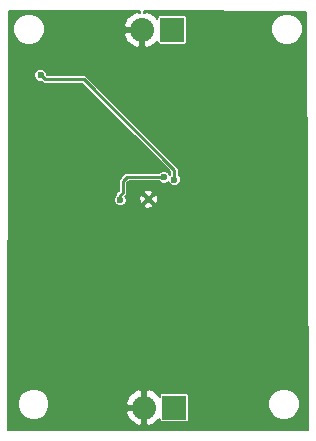
<source format=gbl>
G04 #@! TF.FileFunction,Copper,L2,Bot,Signal*
%FSLAX46Y46*%
G04 Gerber Fmt 4.6, Leading zero omitted, Abs format (unit mm)*
G04 Created by KiCad (PCBNEW 4.0.5) date Sunday, February 19, 2017 'PMt' 07:14:27 PM*
%MOMM*%
%LPD*%
G01*
G04 APERTURE LIST*
%ADD10C,0.100000*%
%ADD11R,2.032000X2.032000*%
%ADD12O,2.032000X2.032000*%
%ADD13C,0.400000*%
%ADD14C,0.600000*%
%ADD15C,0.250000*%
%ADD16C,0.152400*%
G04 APERTURE END LIST*
D10*
D11*
X164388800Y-104825800D03*
D12*
X161848800Y-104825800D03*
D11*
X164566600Y-136804400D03*
D12*
X162026600Y-136804400D03*
D13*
X161885695Y-118407000D03*
X162885695Y-118407000D03*
X161885695Y-119907000D03*
X162885695Y-119907000D03*
X162385695Y-119157000D03*
D14*
X164566600Y-117500400D03*
X153238200Y-108661200D03*
X159994600Y-119234400D03*
X163703000Y-117297200D03*
D15*
X156921200Y-109016800D02*
X164566600Y-116662200D01*
X164566600Y-116662200D02*
X164566600Y-117500400D01*
X153593800Y-109016800D02*
X156921200Y-109016800D01*
X153238200Y-108661200D02*
X153593800Y-109016800D01*
X159994600Y-118810136D02*
X160197800Y-118606936D01*
X159994600Y-119234400D02*
X159994600Y-118810136D01*
X160197800Y-118606936D02*
X160197800Y-117652800D01*
X160197800Y-117652800D02*
X160553400Y-117297200D01*
X160553400Y-117297200D02*
X162991800Y-117297200D01*
X162991800Y-117297200D02*
X163703000Y-117297200D01*
D16*
G36*
X161670998Y-103234252D02*
X161670998Y-103382560D01*
X161424413Y-103282901D01*
X161057886Y-103434709D01*
X160585743Y-103843269D01*
X160305889Y-104401411D01*
X160404546Y-104648000D01*
X161671000Y-104648000D01*
X161671000Y-104628000D01*
X162026600Y-104628000D01*
X162026600Y-104648000D01*
X162046600Y-104648000D01*
X162046600Y-105003600D01*
X162026600Y-105003600D01*
X162026600Y-106269039D01*
X162273187Y-106368699D01*
X162639714Y-106216891D01*
X163111857Y-105808331D01*
X163139722Y-105752757D01*
X163139722Y-105841800D01*
X163155662Y-105926514D01*
X163205728Y-106004318D01*
X163282120Y-106056515D01*
X163372800Y-106074878D01*
X165404800Y-106074878D01*
X165489514Y-106058938D01*
X165567318Y-106008872D01*
X165619515Y-105932480D01*
X165637878Y-105841800D01*
X165637878Y-105038115D01*
X172788170Y-105038115D01*
X172990011Y-105526608D01*
X173363426Y-105900676D01*
X173851566Y-106103369D01*
X174380115Y-106103830D01*
X174868608Y-105901989D01*
X175242676Y-105528574D01*
X175445369Y-105040434D01*
X175445830Y-104511885D01*
X175243989Y-104023392D01*
X174870574Y-103649324D01*
X174382434Y-103446631D01*
X173853885Y-103446170D01*
X173365392Y-103648011D01*
X172991324Y-104021426D01*
X172788631Y-104509566D01*
X172788170Y-105038115D01*
X165637878Y-105038115D01*
X165637878Y-103809800D01*
X165621938Y-103725086D01*
X165571872Y-103647282D01*
X165495480Y-103595085D01*
X165404800Y-103576722D01*
X163372800Y-103576722D01*
X163288086Y-103592662D01*
X163210282Y-103642728D01*
X163158085Y-103719120D01*
X163139722Y-103809800D01*
X163139722Y-103898843D01*
X163111857Y-103843269D01*
X162639714Y-103434709D01*
X162273187Y-103282901D01*
X162026602Y-103382560D01*
X162026602Y-103235312D01*
X175742870Y-103276174D01*
X175869241Y-138659800D01*
X150520471Y-138659800D01*
X150521805Y-136788115D01*
X151325170Y-136788115D01*
X151527011Y-137276608D01*
X151900426Y-137650676D01*
X152388566Y-137853369D01*
X152917115Y-137853830D01*
X153405608Y-137651989D01*
X153779676Y-137278574D01*
X153800348Y-137228789D01*
X160483689Y-137228789D01*
X160763543Y-137786931D01*
X161235686Y-138195491D01*
X161602213Y-138347299D01*
X161848800Y-138247639D01*
X161848800Y-136982200D01*
X160582346Y-136982200D01*
X160483689Y-137228789D01*
X153800348Y-137228789D01*
X153982369Y-136790434D01*
X153982726Y-136380011D01*
X160483689Y-136380011D01*
X160582346Y-136626600D01*
X161848800Y-136626600D01*
X161848800Y-135361161D01*
X162204400Y-135361161D01*
X162204400Y-136626600D01*
X162224400Y-136626600D01*
X162224400Y-136982200D01*
X162204400Y-136982200D01*
X162204400Y-138247639D01*
X162450987Y-138347299D01*
X162817514Y-138195491D01*
X163289657Y-137786931D01*
X163317522Y-137731357D01*
X163317522Y-137820400D01*
X163333462Y-137905114D01*
X163383528Y-137982918D01*
X163459920Y-138035115D01*
X163550600Y-138053478D01*
X165582600Y-138053478D01*
X165667314Y-138037538D01*
X165745118Y-137987472D01*
X165797315Y-137911080D01*
X165815678Y-137820400D01*
X165815678Y-136788115D01*
X172534170Y-136788115D01*
X172736011Y-137276608D01*
X173109426Y-137650676D01*
X173597566Y-137853369D01*
X174126115Y-137853830D01*
X174614608Y-137651989D01*
X174988676Y-137278574D01*
X175191369Y-136790434D01*
X175191830Y-136261885D01*
X174989989Y-135773392D01*
X174616574Y-135399324D01*
X174128434Y-135196631D01*
X173599885Y-135196170D01*
X173111392Y-135398011D01*
X172737324Y-135771426D01*
X172534631Y-136259566D01*
X172534170Y-136788115D01*
X165815678Y-136788115D01*
X165815678Y-135788400D01*
X165799738Y-135703686D01*
X165749672Y-135625882D01*
X165673280Y-135573685D01*
X165582600Y-135555322D01*
X163550600Y-135555322D01*
X163465886Y-135571262D01*
X163388082Y-135621328D01*
X163335885Y-135697720D01*
X163317522Y-135788400D01*
X163317522Y-135877443D01*
X163289657Y-135821869D01*
X162817514Y-135413309D01*
X162450987Y-135261501D01*
X162204400Y-135361161D01*
X161848800Y-135361161D01*
X161602213Y-135261501D01*
X161235686Y-135413309D01*
X160763543Y-135821869D01*
X160483689Y-136380011D01*
X153982726Y-136380011D01*
X153982830Y-136261885D01*
X153780989Y-135773392D01*
X153407574Y-135399324D01*
X152919434Y-135196631D01*
X152390885Y-135196170D01*
X151902392Y-135398011D01*
X151528324Y-135771426D01*
X151325631Y-136259566D01*
X151325170Y-136788115D01*
X150521805Y-136788115D01*
X150541778Y-108765884D01*
X152709508Y-108765884D01*
X152789813Y-108960237D01*
X152938381Y-109109064D01*
X153132594Y-109189708D01*
X153266759Y-109189825D01*
X153343767Y-109266833D01*
X153458483Y-109343484D01*
X153593800Y-109370400D01*
X156774734Y-109370400D01*
X164213000Y-116808666D01*
X164213000Y-117106481D01*
X164201066Y-117118395D01*
X164151387Y-116998163D01*
X164002819Y-116849336D01*
X163808606Y-116768692D01*
X163598316Y-116768508D01*
X163403963Y-116848813D01*
X163309011Y-116943600D01*
X160553400Y-116943600D01*
X160418083Y-116970516D01*
X160303367Y-117047167D01*
X159947767Y-117402767D01*
X159871116Y-117517483D01*
X159844200Y-117652800D01*
X159844200Y-118460470D01*
X159744567Y-118560103D01*
X159667916Y-118674819D01*
X159641000Y-118810136D01*
X159641000Y-118840481D01*
X159546736Y-118934581D01*
X159466092Y-119128794D01*
X159465908Y-119339084D01*
X159546213Y-119533437D01*
X159694781Y-119682264D01*
X159888994Y-119762908D01*
X160099284Y-119763092D01*
X160289801Y-119684372D01*
X161999744Y-119684372D01*
X162000315Y-119857560D01*
X162297743Y-119951711D01*
X162608560Y-119924875D01*
X162771075Y-119857560D01*
X162771646Y-119684372D01*
X162385695Y-119298421D01*
X161999744Y-119684372D01*
X160289801Y-119684372D01*
X160293637Y-119682787D01*
X160442464Y-119534219D01*
X160523108Y-119340006D01*
X160523292Y-119129716D01*
X160498225Y-119069048D01*
X161590984Y-119069048D01*
X161617820Y-119379865D01*
X161685135Y-119542380D01*
X161858323Y-119542951D01*
X162244274Y-119157000D01*
X162527116Y-119157000D01*
X162913067Y-119542951D01*
X163086255Y-119542380D01*
X163180406Y-119244952D01*
X163153570Y-118934135D01*
X163086255Y-118771620D01*
X162913067Y-118771049D01*
X162527116Y-119157000D01*
X162244274Y-119157000D01*
X161858323Y-118771049D01*
X161685135Y-118771620D01*
X161590984Y-119069048D01*
X160498225Y-119069048D01*
X160442987Y-118935363D01*
X160406245Y-118898557D01*
X160447833Y-118856969D01*
X160524484Y-118742253D01*
X160546886Y-118629628D01*
X161999744Y-118629628D01*
X162385695Y-119015579D01*
X162771646Y-118629628D01*
X162771075Y-118456440D01*
X162473647Y-118362289D01*
X162162830Y-118389125D01*
X162000315Y-118456440D01*
X161999744Y-118629628D01*
X160546886Y-118629628D01*
X160551400Y-118606936D01*
X160551400Y-117799266D01*
X160699866Y-117650800D01*
X163309081Y-117650800D01*
X163403181Y-117745064D01*
X163597394Y-117825708D01*
X163807684Y-117825892D01*
X164002037Y-117745587D01*
X164068534Y-117679205D01*
X164118213Y-117799437D01*
X164266781Y-117948264D01*
X164460994Y-118028908D01*
X164671284Y-118029092D01*
X164865637Y-117948787D01*
X165014464Y-117800219D01*
X165095108Y-117606006D01*
X165095292Y-117395716D01*
X165014987Y-117201363D01*
X164920200Y-117106411D01*
X164920200Y-116662200D01*
X164893284Y-116526883D01*
X164816633Y-116412167D01*
X157171233Y-108766767D01*
X157056517Y-108690116D01*
X156921200Y-108663200D01*
X153766799Y-108663200D01*
X153766892Y-108556516D01*
X153686587Y-108362163D01*
X153538019Y-108213336D01*
X153343806Y-108132692D01*
X153133516Y-108132508D01*
X152939163Y-108212813D01*
X152790336Y-108361381D01*
X152709692Y-108555594D01*
X152709508Y-108765884D01*
X150541778Y-108765884D01*
X150544436Y-105038115D01*
X150944170Y-105038115D01*
X151146011Y-105526608D01*
X151519426Y-105900676D01*
X152007566Y-106103369D01*
X152536115Y-106103830D01*
X153024608Y-105901989D01*
X153398676Y-105528574D01*
X153514271Y-105250189D01*
X160305889Y-105250189D01*
X160585743Y-105808331D01*
X161057886Y-106216891D01*
X161424413Y-106368699D01*
X161671000Y-106269039D01*
X161671000Y-105003600D01*
X160404546Y-105003600D01*
X160305889Y-105250189D01*
X153514271Y-105250189D01*
X153601369Y-105040434D01*
X153601830Y-104511885D01*
X153399989Y-104023392D01*
X153026574Y-103649324D01*
X152538434Y-103446631D01*
X152009885Y-103446170D01*
X151521392Y-103648011D01*
X151147324Y-104021426D01*
X150944631Y-104509566D01*
X150944170Y-105038115D01*
X150544436Y-105038115D01*
X150545746Y-103201109D01*
X161670998Y-103234252D01*
X161670998Y-103234252D01*
G37*
X161670998Y-103234252D02*
X161670998Y-103382560D01*
X161424413Y-103282901D01*
X161057886Y-103434709D01*
X160585743Y-103843269D01*
X160305889Y-104401411D01*
X160404546Y-104648000D01*
X161671000Y-104648000D01*
X161671000Y-104628000D01*
X162026600Y-104628000D01*
X162026600Y-104648000D01*
X162046600Y-104648000D01*
X162046600Y-105003600D01*
X162026600Y-105003600D01*
X162026600Y-106269039D01*
X162273187Y-106368699D01*
X162639714Y-106216891D01*
X163111857Y-105808331D01*
X163139722Y-105752757D01*
X163139722Y-105841800D01*
X163155662Y-105926514D01*
X163205728Y-106004318D01*
X163282120Y-106056515D01*
X163372800Y-106074878D01*
X165404800Y-106074878D01*
X165489514Y-106058938D01*
X165567318Y-106008872D01*
X165619515Y-105932480D01*
X165637878Y-105841800D01*
X165637878Y-105038115D01*
X172788170Y-105038115D01*
X172990011Y-105526608D01*
X173363426Y-105900676D01*
X173851566Y-106103369D01*
X174380115Y-106103830D01*
X174868608Y-105901989D01*
X175242676Y-105528574D01*
X175445369Y-105040434D01*
X175445830Y-104511885D01*
X175243989Y-104023392D01*
X174870574Y-103649324D01*
X174382434Y-103446631D01*
X173853885Y-103446170D01*
X173365392Y-103648011D01*
X172991324Y-104021426D01*
X172788631Y-104509566D01*
X172788170Y-105038115D01*
X165637878Y-105038115D01*
X165637878Y-103809800D01*
X165621938Y-103725086D01*
X165571872Y-103647282D01*
X165495480Y-103595085D01*
X165404800Y-103576722D01*
X163372800Y-103576722D01*
X163288086Y-103592662D01*
X163210282Y-103642728D01*
X163158085Y-103719120D01*
X163139722Y-103809800D01*
X163139722Y-103898843D01*
X163111857Y-103843269D01*
X162639714Y-103434709D01*
X162273187Y-103282901D01*
X162026602Y-103382560D01*
X162026602Y-103235312D01*
X175742870Y-103276174D01*
X175869241Y-138659800D01*
X150520471Y-138659800D01*
X150521805Y-136788115D01*
X151325170Y-136788115D01*
X151527011Y-137276608D01*
X151900426Y-137650676D01*
X152388566Y-137853369D01*
X152917115Y-137853830D01*
X153405608Y-137651989D01*
X153779676Y-137278574D01*
X153800348Y-137228789D01*
X160483689Y-137228789D01*
X160763543Y-137786931D01*
X161235686Y-138195491D01*
X161602213Y-138347299D01*
X161848800Y-138247639D01*
X161848800Y-136982200D01*
X160582346Y-136982200D01*
X160483689Y-137228789D01*
X153800348Y-137228789D01*
X153982369Y-136790434D01*
X153982726Y-136380011D01*
X160483689Y-136380011D01*
X160582346Y-136626600D01*
X161848800Y-136626600D01*
X161848800Y-135361161D01*
X162204400Y-135361161D01*
X162204400Y-136626600D01*
X162224400Y-136626600D01*
X162224400Y-136982200D01*
X162204400Y-136982200D01*
X162204400Y-138247639D01*
X162450987Y-138347299D01*
X162817514Y-138195491D01*
X163289657Y-137786931D01*
X163317522Y-137731357D01*
X163317522Y-137820400D01*
X163333462Y-137905114D01*
X163383528Y-137982918D01*
X163459920Y-138035115D01*
X163550600Y-138053478D01*
X165582600Y-138053478D01*
X165667314Y-138037538D01*
X165745118Y-137987472D01*
X165797315Y-137911080D01*
X165815678Y-137820400D01*
X165815678Y-136788115D01*
X172534170Y-136788115D01*
X172736011Y-137276608D01*
X173109426Y-137650676D01*
X173597566Y-137853369D01*
X174126115Y-137853830D01*
X174614608Y-137651989D01*
X174988676Y-137278574D01*
X175191369Y-136790434D01*
X175191830Y-136261885D01*
X174989989Y-135773392D01*
X174616574Y-135399324D01*
X174128434Y-135196631D01*
X173599885Y-135196170D01*
X173111392Y-135398011D01*
X172737324Y-135771426D01*
X172534631Y-136259566D01*
X172534170Y-136788115D01*
X165815678Y-136788115D01*
X165815678Y-135788400D01*
X165799738Y-135703686D01*
X165749672Y-135625882D01*
X165673280Y-135573685D01*
X165582600Y-135555322D01*
X163550600Y-135555322D01*
X163465886Y-135571262D01*
X163388082Y-135621328D01*
X163335885Y-135697720D01*
X163317522Y-135788400D01*
X163317522Y-135877443D01*
X163289657Y-135821869D01*
X162817514Y-135413309D01*
X162450987Y-135261501D01*
X162204400Y-135361161D01*
X161848800Y-135361161D01*
X161602213Y-135261501D01*
X161235686Y-135413309D01*
X160763543Y-135821869D01*
X160483689Y-136380011D01*
X153982726Y-136380011D01*
X153982830Y-136261885D01*
X153780989Y-135773392D01*
X153407574Y-135399324D01*
X152919434Y-135196631D01*
X152390885Y-135196170D01*
X151902392Y-135398011D01*
X151528324Y-135771426D01*
X151325631Y-136259566D01*
X151325170Y-136788115D01*
X150521805Y-136788115D01*
X150541778Y-108765884D01*
X152709508Y-108765884D01*
X152789813Y-108960237D01*
X152938381Y-109109064D01*
X153132594Y-109189708D01*
X153266759Y-109189825D01*
X153343767Y-109266833D01*
X153458483Y-109343484D01*
X153593800Y-109370400D01*
X156774734Y-109370400D01*
X164213000Y-116808666D01*
X164213000Y-117106481D01*
X164201066Y-117118395D01*
X164151387Y-116998163D01*
X164002819Y-116849336D01*
X163808606Y-116768692D01*
X163598316Y-116768508D01*
X163403963Y-116848813D01*
X163309011Y-116943600D01*
X160553400Y-116943600D01*
X160418083Y-116970516D01*
X160303367Y-117047167D01*
X159947767Y-117402767D01*
X159871116Y-117517483D01*
X159844200Y-117652800D01*
X159844200Y-118460470D01*
X159744567Y-118560103D01*
X159667916Y-118674819D01*
X159641000Y-118810136D01*
X159641000Y-118840481D01*
X159546736Y-118934581D01*
X159466092Y-119128794D01*
X159465908Y-119339084D01*
X159546213Y-119533437D01*
X159694781Y-119682264D01*
X159888994Y-119762908D01*
X160099284Y-119763092D01*
X160289801Y-119684372D01*
X161999744Y-119684372D01*
X162000315Y-119857560D01*
X162297743Y-119951711D01*
X162608560Y-119924875D01*
X162771075Y-119857560D01*
X162771646Y-119684372D01*
X162385695Y-119298421D01*
X161999744Y-119684372D01*
X160289801Y-119684372D01*
X160293637Y-119682787D01*
X160442464Y-119534219D01*
X160523108Y-119340006D01*
X160523292Y-119129716D01*
X160498225Y-119069048D01*
X161590984Y-119069048D01*
X161617820Y-119379865D01*
X161685135Y-119542380D01*
X161858323Y-119542951D01*
X162244274Y-119157000D01*
X162527116Y-119157000D01*
X162913067Y-119542951D01*
X163086255Y-119542380D01*
X163180406Y-119244952D01*
X163153570Y-118934135D01*
X163086255Y-118771620D01*
X162913067Y-118771049D01*
X162527116Y-119157000D01*
X162244274Y-119157000D01*
X161858323Y-118771049D01*
X161685135Y-118771620D01*
X161590984Y-119069048D01*
X160498225Y-119069048D01*
X160442987Y-118935363D01*
X160406245Y-118898557D01*
X160447833Y-118856969D01*
X160524484Y-118742253D01*
X160546886Y-118629628D01*
X161999744Y-118629628D01*
X162385695Y-119015579D01*
X162771646Y-118629628D01*
X162771075Y-118456440D01*
X162473647Y-118362289D01*
X162162830Y-118389125D01*
X162000315Y-118456440D01*
X161999744Y-118629628D01*
X160546886Y-118629628D01*
X160551400Y-118606936D01*
X160551400Y-117799266D01*
X160699866Y-117650800D01*
X163309081Y-117650800D01*
X163403181Y-117745064D01*
X163597394Y-117825708D01*
X163807684Y-117825892D01*
X164002037Y-117745587D01*
X164068534Y-117679205D01*
X164118213Y-117799437D01*
X164266781Y-117948264D01*
X164460994Y-118028908D01*
X164671284Y-118029092D01*
X164865637Y-117948787D01*
X165014464Y-117800219D01*
X165095108Y-117606006D01*
X165095292Y-117395716D01*
X165014987Y-117201363D01*
X164920200Y-117106411D01*
X164920200Y-116662200D01*
X164893284Y-116526883D01*
X164816633Y-116412167D01*
X157171233Y-108766767D01*
X157056517Y-108690116D01*
X156921200Y-108663200D01*
X153766799Y-108663200D01*
X153766892Y-108556516D01*
X153686587Y-108362163D01*
X153538019Y-108213336D01*
X153343806Y-108132692D01*
X153133516Y-108132508D01*
X152939163Y-108212813D01*
X152790336Y-108361381D01*
X152709692Y-108555594D01*
X152709508Y-108765884D01*
X150541778Y-108765884D01*
X150544436Y-105038115D01*
X150944170Y-105038115D01*
X151146011Y-105526608D01*
X151519426Y-105900676D01*
X152007566Y-106103369D01*
X152536115Y-106103830D01*
X153024608Y-105901989D01*
X153398676Y-105528574D01*
X153514271Y-105250189D01*
X160305889Y-105250189D01*
X160585743Y-105808331D01*
X161057886Y-106216891D01*
X161424413Y-106368699D01*
X161671000Y-106269039D01*
X161671000Y-105003600D01*
X160404546Y-105003600D01*
X160305889Y-105250189D01*
X153514271Y-105250189D01*
X153601369Y-105040434D01*
X153601830Y-104511885D01*
X153399989Y-104023392D01*
X153026574Y-103649324D01*
X152538434Y-103446631D01*
X152009885Y-103446170D01*
X151521392Y-103648011D01*
X151147324Y-104021426D01*
X150944631Y-104509566D01*
X150944170Y-105038115D01*
X150544436Y-105038115D01*
X150545746Y-103201109D01*
X161670998Y-103234252D01*
M02*

</source>
